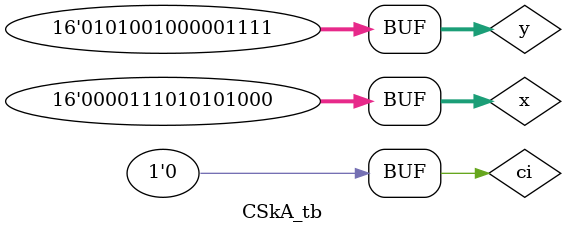
<source format=v>
module CSkA(
    input[15:0] x, y,
    input ci,
    output[15:0] z,
    output co
);
    wire[3:0] c;

    assign c[0] = ci;
    RCA rca0(.x(x[3:0])  , .y(y[3:0])  , .ci(c[0]), .z(z[3:0])  , .co(c[1]));
    RCA rca1(.x(x[7:4])  , .y(y[7:4])  , .ci(c[1]), .z(z[7:4])  , .co(c[2]));
    RCA rca2(.x(x[11:8]) , .y(y[11:8]) , .ci(c[2]), .z(z[11:8]) , .co(c[3]));
    RCA rca3(.x(x[15:12]), .y(y[15:12]), .ci(c[3]), .z(z[15:12]), .co(co));

endmodule

module CSkA_tb;
    reg[15:0] x, y;
    reg ci;
    wire[15:0] z;
    wire co;

    CSkA inst(.x(x), .y(y), .ci(ci), .z(z), .co(co));

    initial begin
        $display("x\t\t   y\t\t    ci | co\tz");
        $monitor("%16b\t%16b\t%b | %b\t%16b", x, y, ci, co, z);
    end

    initial begin
        x = 3752;
        y = 21007;
        ci = 0;
    end
endmodule
</source>
